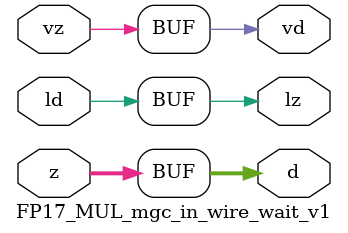
<source format=v>
module FP17_MUL_mgc_in_wire_wait_v1 (ld, vd, d, lz, vz, z);
  parameter integer rscid = 1;
  parameter integer width = 8;
  input ld;
  output vd;
  output [width-1:0] d;
  output lz;
  input vz;
  input [width-1:0] z;
  wire vd;
  wire [width-1:0] d;
  wire lz;
  assign d = z;
  assign lz = ld;
  assign vd = vz;
endmodule
</source>
